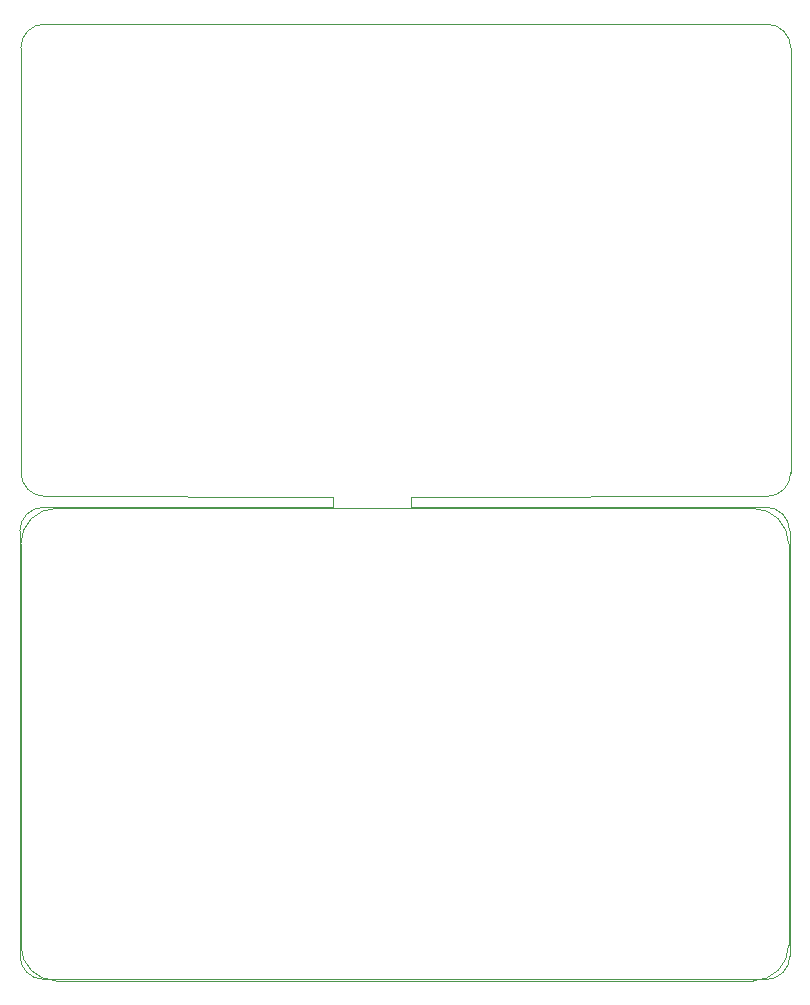
<source format=gbr>
%TF.GenerationSoftware,KiCad,Pcbnew,8.0.4*%
%TF.CreationDate,2024-07-20T23:26:20-04:00*%
%TF.ProjectId,esp32-node-board-40x65_telemetry,65737033-322d-46e6-9f64-652d626f6172,rev?*%
%TF.SameCoordinates,Original*%
%TF.FileFunction,Profile,NP*%
%FSLAX46Y46*%
G04 Gerber Fmt 4.6, Leading zero omitted, Abs format (unit mm)*
G04 Created by KiCad (PCBNEW 8.0.4) date 2024-07-20 23:26:20*
%MOMM*%
%LPD*%
G01*
G04 APERTURE LIST*
%TA.AperFunction,Profile*%
%ADD10C,0.100000*%
%TD*%
%TA.AperFunction,Profile*%
%ADD11C,0.050000*%
%TD*%
G04 APERTURE END LIST*
D10*
X82014214Y-80235786D02*
X106400000Y-80250000D01*
X80000000Y-42250000D02*
X80014214Y-78235786D01*
X79921321Y-83157107D02*
G75*
G02*
X81921321Y-81157121I1999979J7D01*
G01*
X81921321Y-121128679D02*
X143107107Y-121142893D01*
X81921321Y-121128679D02*
G75*
G02*
X79921321Y-119128679I-21J1999979D01*
G01*
X143092893Y-81157107D02*
X113000000Y-81150000D01*
X145107107Y-119142893D02*
G75*
G02*
X143107107Y-121142907I-2000007J-7D01*
G01*
X106400000Y-81150000D02*
X81921321Y-81157107D01*
X143185786Y-40264214D02*
G75*
G02*
X145185786Y-42264214I14J-1999986D01*
G01*
X113000000Y-80250000D02*
X143185786Y-80235786D01*
X82014214Y-80235786D02*
G75*
G02*
X80014214Y-78235786I-14J1999986D01*
G01*
X145185786Y-42264214D02*
X145185786Y-78235786D01*
X80000000Y-42250000D02*
G75*
G02*
X82000000Y-40250000I2000000J0D01*
G01*
X145107107Y-119142893D02*
X145092893Y-83157107D01*
X79921321Y-119128679D02*
X79921321Y-83157107D01*
X106400000Y-81150000D02*
X106400000Y-80250000D01*
X145185786Y-78235786D02*
G75*
G02*
X143185786Y-80235786I-1999986J-14D01*
G01*
X143092893Y-81157107D02*
G75*
G02*
X145092893Y-83157107I7J-1999993D01*
G01*
X113000000Y-81150000D02*
X113000000Y-80250000D01*
X143185786Y-40264214D02*
X82000000Y-40250000D01*
D11*
%TO.C,H3*%
X80000000Y-118250000D02*
X80000000Y-84250000D01*
X83000000Y-81250000D02*
X142000000Y-81250000D01*
X142000000Y-121250000D02*
X83000000Y-121250000D01*
X145000000Y-84250000D02*
X145000000Y-118250000D01*
X80000000Y-84250000D02*
G75*
G02*
X83000000Y-81250000I3000000J0D01*
G01*
X83000000Y-121250000D02*
G75*
G02*
X80000000Y-118250000I0J3000000D01*
G01*
X142000000Y-81250000D02*
G75*
G02*
X145000000Y-84250000I0J-3000000D01*
G01*
X145000000Y-118250000D02*
G75*
G02*
X142000000Y-121250000I-3000000J0D01*
G01*
%TD*%
M02*

</source>
